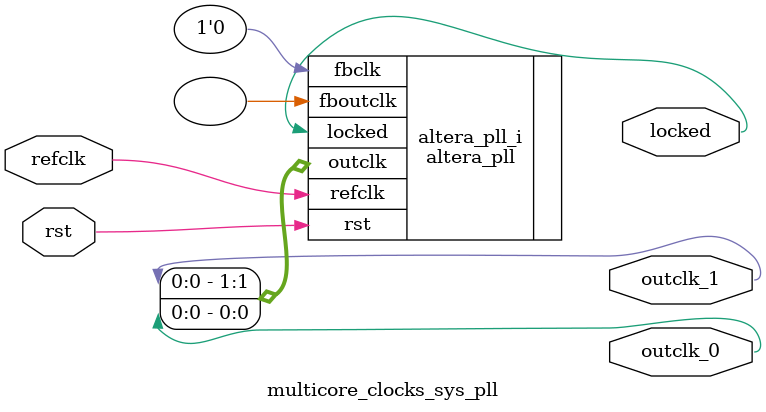
<source format=v>
`timescale 1ns/10ps
module  multicore_clocks_sys_pll(

	// interface 'refclk'
	input wire refclk,

	// interface 'reset'
	input wire rst,

	// interface 'outclk0'
	output wire outclk_0,

	// interface 'outclk1'
	output wire outclk_1,

	// interface 'locked'
	output wire locked
);

	altera_pll #(
		.fractional_vco_multiplier("false"),
		.reference_clock_frequency("50.0 MHz"),
		.operation_mode("direct"),
		.number_of_clocks(2),
		.output_clock_frequency0("50.000000 MHz"),
		.phase_shift0("0 ps"),
		.duty_cycle0(50),
		.output_clock_frequency1("50.000000 MHz"),
		.phase_shift1("-3000 ps"),
		.duty_cycle1(50),
		.output_clock_frequency2("0 MHz"),
		.phase_shift2("0 ps"),
		.duty_cycle2(50),
		.output_clock_frequency3("0 MHz"),
		.phase_shift3("0 ps"),
		.duty_cycle3(50),
		.output_clock_frequency4("0 MHz"),
		.phase_shift4("0 ps"),
		.duty_cycle4(50),
		.output_clock_frequency5("0 MHz"),
		.phase_shift5("0 ps"),
		.duty_cycle5(50),
		.output_clock_frequency6("0 MHz"),
		.phase_shift6("0 ps"),
		.duty_cycle6(50),
		.output_clock_frequency7("0 MHz"),
		.phase_shift7("0 ps"),
		.duty_cycle7(50),
		.output_clock_frequency8("0 MHz"),
		.phase_shift8("0 ps"),
		.duty_cycle8(50),
		.output_clock_frequency9("0 MHz"),
		.phase_shift9("0 ps"),
		.duty_cycle9(50),
		.output_clock_frequency10("0 MHz"),
		.phase_shift10("0 ps"),
		.duty_cycle10(50),
		.output_clock_frequency11("0 MHz"),
		.phase_shift11("0 ps"),
		.duty_cycle11(50),
		.output_clock_frequency12("0 MHz"),
		.phase_shift12("0 ps"),
		.duty_cycle12(50),
		.output_clock_frequency13("0 MHz"),
		.phase_shift13("0 ps"),
		.duty_cycle13(50),
		.output_clock_frequency14("0 MHz"),
		.phase_shift14("0 ps"),
		.duty_cycle14(50),
		.output_clock_frequency15("0 MHz"),
		.phase_shift15("0 ps"),
		.duty_cycle15(50),
		.output_clock_frequency16("0 MHz"),
		.phase_shift16("0 ps"),
		.duty_cycle16(50),
		.output_clock_frequency17("0 MHz"),
		.phase_shift17("0 ps"),
		.duty_cycle17(50),
		.pll_type("General"),
		.pll_subtype("General")
	) altera_pll_i (
		.rst	(rst),
		.outclk	({outclk_1, outclk_0}),
		.locked	(locked),
		.fboutclk	( ),
		.fbclk	(1'b0),
		.refclk	(refclk)
	);
endmodule


</source>
